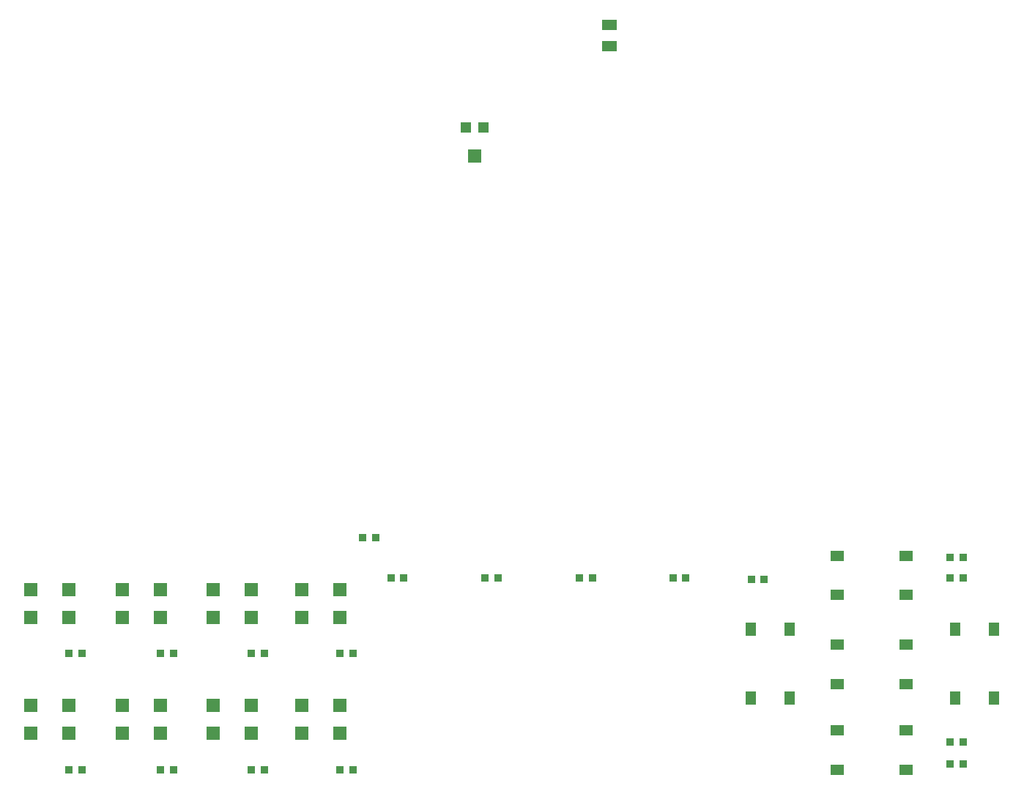
<source format=gtp>
G04*
G04 #@! TF.GenerationSoftware,Altium Limited,Altium Designer,19.1.9 (167)*
G04*
G04 Layer_Color=8421504*
%FSLAX24Y24*%
%MOIN*%
G70*
G01*
G75*
%ADD13R,0.0335X0.0335*%
%ADD14R,0.0600X0.0600*%
%ADD15R,0.0650X0.0512*%
%ADD16R,0.0472X0.0472*%
%ADD17R,0.0630X0.0591*%
%ADD18R,0.0512X0.0610*%
%ADD19R,0.0610X0.0512*%
D13*
X16870Y12047D02*
D03*
X17461D02*
D03*
X15827Y6772D02*
D03*
X16417D02*
D03*
X12402D02*
D03*
X11811D02*
D03*
X7677D02*
D03*
X8268D02*
D03*
X4094D02*
D03*
X3504D02*
D03*
Y1496D02*
D03*
X4094D02*
D03*
X8268D02*
D03*
X7677D02*
D03*
X11811D02*
D03*
X12402D02*
D03*
X16417D02*
D03*
X15827D02*
D03*
X31575Y10197D02*
D03*
X30984D02*
D03*
X27323D02*
D03*
X26732D02*
D03*
X22441D02*
D03*
X23031D02*
D03*
X43593Y2756D02*
D03*
X44183D02*
D03*
X43593Y1732D02*
D03*
X44183D02*
D03*
X43593Y10197D02*
D03*
X44183D02*
D03*
X43593Y11142D02*
D03*
X44183D02*
D03*
X34547Y10157D02*
D03*
X35138D02*
D03*
X18740Y10197D02*
D03*
X18150D02*
D03*
D14*
X14094Y8425D02*
D03*
X15827D02*
D03*
X14094Y9685D02*
D03*
X15827D02*
D03*
X11811D02*
D03*
X10079D02*
D03*
X11811Y8425D02*
D03*
X10079D02*
D03*
X5945D02*
D03*
X7677D02*
D03*
X5945Y9685D02*
D03*
X7677D02*
D03*
X3504D02*
D03*
X1772D02*
D03*
X3504Y8425D02*
D03*
X1772D02*
D03*
Y3150D02*
D03*
X3504D02*
D03*
X1772Y4409D02*
D03*
X3504D02*
D03*
X11811D02*
D03*
X10079D02*
D03*
X11811Y3150D02*
D03*
X10079D02*
D03*
X14094D02*
D03*
X15827D02*
D03*
X14094Y4409D02*
D03*
X15827D02*
D03*
X7677D02*
D03*
X5945D02*
D03*
X7677Y3150D02*
D03*
X5945D02*
D03*
D15*
X28110Y35394D02*
D03*
Y34409D02*
D03*
D16*
X21575Y30709D02*
D03*
X22362D02*
D03*
D17*
X21969Y29429D02*
D03*
D18*
X34528Y4744D02*
D03*
Y7874D02*
D03*
X36299Y4744D02*
D03*
Y7874D02*
D03*
X43819Y4744D02*
D03*
Y7874D02*
D03*
X45591Y4744D02*
D03*
Y7874D02*
D03*
D19*
X41594Y9449D02*
D03*
X38465D02*
D03*
X41594Y11220D02*
D03*
X38465D02*
D03*
Y7165D02*
D03*
X41594D02*
D03*
X38465Y5394D02*
D03*
X41594D02*
D03*
Y1496D02*
D03*
X38465D02*
D03*
X41594Y3268D02*
D03*
X38465D02*
D03*
M02*

</source>
